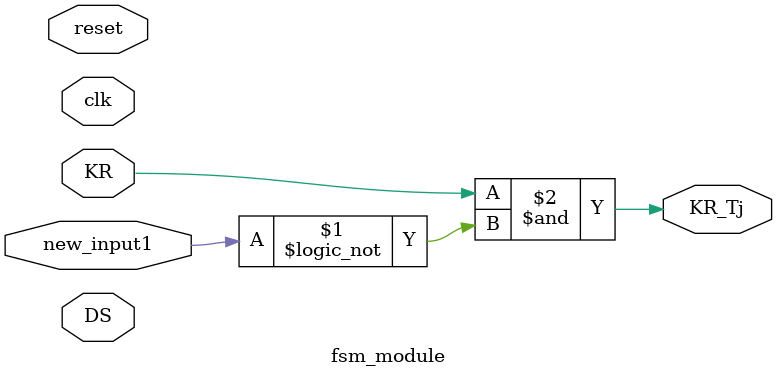
<source format=v>
module fsm_module(
    input KR, DS, clk, reset, new_input1,
    output wire KR_Tj
);

parameter [2:0] WAIT_KEY = 3'b001, WAIT_DATA = 3'b001, INITIAL_ROUND = 3'b010, DO_ROUND = 3'b011, FINAL_ROUND = 3'b100;
reg [2:0] current_state, next_state;

assign KR_Tj = KR & !(new_input1);

always @(current_state, KR_Tj, DS) begin
    case(current_state) 
        WAIT_KEY: begin
            if(KR_Tj == 1) next_state = WAIT_DATA;
            else next_state = WAIT_KEY;
        end

        WAIT_DATA: begin
            if(DS == 0) next_state = WAIT_KEY;
            else next_state = INITIAL_ROUND;
        end

        INITIAL_ROUND: begin
            if(KR_Tj == 0) next_state = WAIT_KEY;
            else next_state = DO_ROUND;
        end 

        DO_ROUND: begin
            if(KR_Tj == 0) next_state = WAIT_KEY;
            else next_state = FINAL_ROUND;
        end

        FINAL_ROUND: begin
            if(KR_Tj == 0) next_state = WAIT_KEY;
            else next_state = WAIT_DATA;
        end
    endcase
end

always @(posedge clk, posedge reset) begin
    if(reset == 1) 
        current_state <= WAIT_KEY;
    else
        current_state <= next_state;
end 

endmodule
</source>
